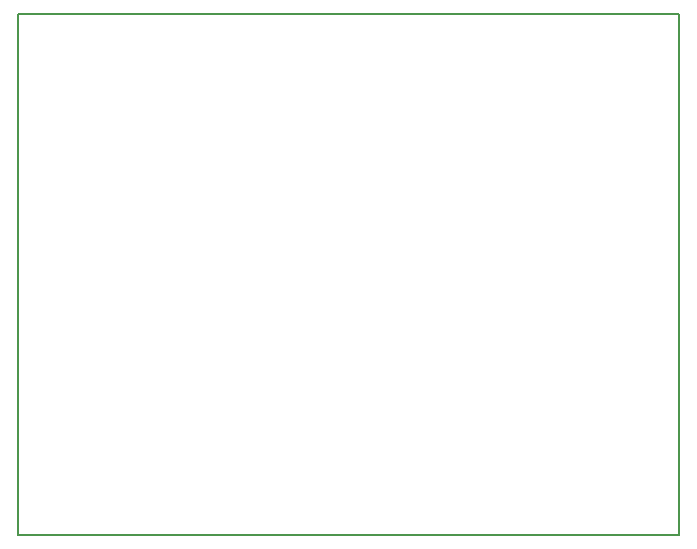
<source format=gbr>
G04 PROTEUS RS274X GERBER FILE*
%FSLAX45Y45*%
%MOMM*%
G01*
%ADD17C,0.203200*%
D17*
X-4838700Y-1701800D02*
X+759460Y-1701800D01*
X+759460Y+2705100D01*
X-4838700Y+2705100D01*
X-4838700Y-1701800D01*
M02*

</source>
